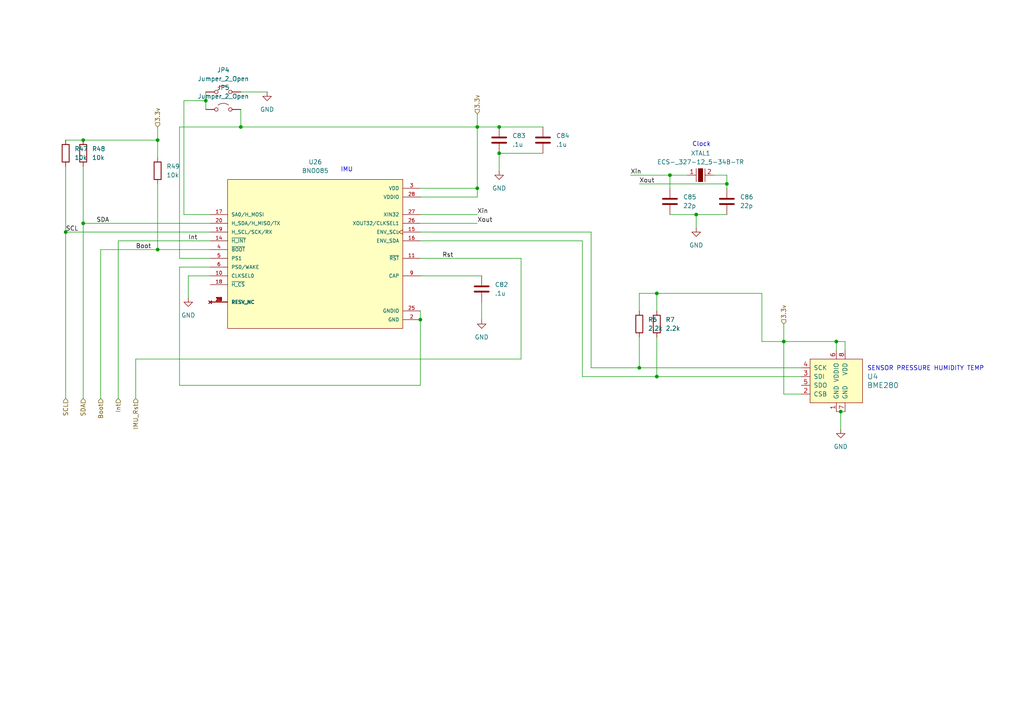
<source format=kicad_sch>
(kicad_sch (version 20231120) (generator "eeschema") (generator_version "8.0")
  (paper "A4")
  (lib_symbols
    (symbol "BNO085:BNO085" (pin_names (offset 1.016))
      (property "Reference" "U" (at -25.4 21.59 0))
      (property "Value" "BNO085" (at -25.4 -25.4 0))
      (symbol "BNO085_0_0"
        (rectangle (start -25.4 -22.86) (end 25.4 20.32) (stroke (width 0.1524)) (fill (type background)))
        (pin no_connect line (at -30.48 -15.24 0) (length 5.08) (name "RESV_NC") (number "1"))
        (pin input line (at -30.48 -7.62 0) (length 5.08) (name "CLKSEL0") (number "10"))
        (pin input line (at 30.48 -2.54 180) (length 5.08) (name "~{RST}") (number "11"))
        (pin no_connect line (at -30.48 -15.24 0) (length 5.08) (name "RESV_NC") (number "12"))
        (pin no_connect line (at -30.48 -15.24 0) (length 5.08) (name "RESV_NC") (number "13"))
        (pin output line (at -30.48 2.54 0) (length 5.08) (name "~{H_INT}") (number "14"))
        (pin bidirectional clock (at 30.48 5.08 180) (length 5.08) (name "ENV_SCL") (number "15"))
        (pin bidirectional line (at 30.48 2.54 180) (length 5.08) (name "ENV_SDA") (number "16"))
        (pin input line (at -30.48 10.16 0) (length 5.08) (name "SA0/H_MOSI") (number "17"))
        (pin input line (at -30.48 -10.16 0) (length 5.08) (name "~{H_CS}") (number "18"))
        (pin bidirectional line (at -30.48 5.08 0) (length 5.08) (name "H_SCL/SCK/RX") (number "19"))
        (pin power_in line (at 30.48 -20.32 180) (length 5.08) (name "GND") (number "2"))
        (pin bidirectional line (at -30.48 7.62 0) (length 5.08) (name "H_SDA/H_MISO/TX") (number "20"))
        (pin no_connect line (at -30.48 -15.24 0) (length 5.08) (name "RESV_NC") (number "21"))
        (pin no_connect line (at -30.48 -15.24 0) (length 5.08) (name "RESV_NC") (number "22"))
        (pin no_connect line (at -30.48 -15.24 0) (length 5.08) (name "RESV_NC") (number "23"))
        (pin no_connect line (at -30.48 -15.24 0) (length 5.08) (name "RESV_NC") (number "24"))
        (pin power_in line (at 30.48 -17.78 180) (length 5.08) (name "GNDIO") (number "25"))
        (pin output line (at 30.48 7.62 180) (length 5.08) (name "XOUT32/CLKSEL1") (number "26"))
        (pin input line (at 30.48 10.16 180) (length 5.08) (name "XIN32") (number "27"))
        (pin power_in line (at 30.48 15.24 180) (length 5.08) (name "VDDIO") (number "28"))
        (pin power_in line (at 30.48 17.78 180) (length 5.08) (name "VDD") (number "3"))
        (pin input line (at -30.48 0 0) (length 5.08) (name "~{BOOT}") (number "4"))
        (pin input line (at -30.48 -2.54 0) (length 5.08) (name "PS1") (number "5"))
        (pin input line (at -30.48 -5.08 0) (length 5.08) (name "PS0/WAKE") (number "6"))
        (pin no_connect line (at -30.48 -15.24 0) (length 5.08) (name "RESV_NC") (number "7"))
        (pin no_connect line (at -30.48 -15.24 0) (length 5.08) (name "RESV_NC") (number "8"))
        (pin passive line (at 30.48 -7.62 180) (length 5.08) (name "CAP") (number "9"))
      )
    )
    (symbol "Device:C" (pin_numbers hide) (pin_names (offset 0.254))
      (property "Reference" "C" (at 0.635 2.54 0))
      (property "Value" "C" (at 0.635 -2.54 0))
      (symbol "C_0_1"
        (polyline (pts (xy -2.032 -0.762) (xy 2.032 -0.762)) (stroke (width 0.508)))
        (polyline (pts (xy -2.032 0.762) (xy 2.032 0.762)) (stroke (width 0.508)))
      )
      (symbol "C_1_1"
        (pin passive line (at 0 3.81 270) (length 2.794) (name "~") (number "1"))
        (pin passive line (at 0 -3.81 90) (length 2.794) (name "~") (number "2"))
      )
    )
    (symbol "Device:R" (pin_numbers hide) (pin_names (offset 0))
      (property "Reference" "R" (at 2.032 0 90))
      (property "Value" "R" (at 0 0 90))
      (symbol "R_0_1"
        (rectangle (start -1.016 -2.54) (end 1.016 2.54) (stroke (width 0.254)))
      )
      (symbol "R_1_1"
        (pin passive line (at 0 3.81 270) (length 1.27) (name "~") (number "1"))
        (pin passive line (at 0 -3.81 90) (length 1.27) (name "~") (number "2"))
      )
    )
    (symbol "Jumper:Jumper_2_Open" (pin_numbers hide) (pin_names (offset 0) hide) (exclude_from_sim yes)
      (property "Reference" "JP" (at 0 2.794 0))
      (property "Value" "Jumper_2_Open" (at 0 -2.286 0))
      (symbol "Jumper_2_Open_0_0"
        (circle (center -2.032 0) (radius 0.508))
        (circle (center 2.032 0) (radius 0.508))
      )
      (symbol "Jumper_2_Open_0_1"
        (arc (start 1.524 1.27) (mid 0 1.778) (end -1.524 1.27))
      )
      (symbol "Jumper_2_Open_1_1"
        (pin passive line (at -5.08 0 0) (length 2.54) (name "A") (number "1"))
        (pin passive line (at 5.08 0 180) (length 2.54) (name "B") (number "2"))
      )
    )
    (symbol "dk_Crystals:ECS-_327-12_5-34B-TR" (pin_names (offset 1.016))
      (property "Reference" "XTAL" (at 0 3.81 0))
      (property "Value" "ECS-_327-12_5-34B-TR" (at 0 -3.81 0))
      (symbol "ECS-_327-12_5-34B-TR_1_1"
        (rectangle (start -0.635 1.905) (end 0.635 -1.905) (fill (type outline)))
        (polyline (pts (xy -1.27 1.905) (xy -1.27 -1.905)))
        (polyline (pts (xy 1.27 1.905) (xy 1.27 -1.905)))
        (pin bidirectional line (at -3.81 0 0) (length 2.54) (name "~") (number "1"))
        (pin bidirectional line (at 3.81 0 180) (length 2.54) (name "~") (number "2"))
      )
    )
    (symbol "dk_Humidity-Moisture-Sensors:BME280" (pin_names (offset 1.016))
      (property "Reference" "U" (at -5.08 8.89 0))
      (property "Value" "BME280" (at -2.54 11.43 0))
      (symbol "BME280_0_1"
        (rectangle (start 7.62 7.62) (end -7.62 -5.08) (fill (type background)))
      )
      (symbol "BME280_1_1"
        (pin power_in line (at 0 -7.62 90) (length 2.54) (name "GND") (number "1"))
        (pin input line (at -10.16 -2.54 0) (length 2.54) (name "CSB") (number "2"))
        (pin bidirectional line (at -10.16 2.54 0) (length 2.54) (name "SDI") (number "3"))
        (pin input line (at -10.16 5.08 0) (length 2.54) (name "SCK") (number "4"))
        (pin bidirectional line (at -10.16 0 0) (length 2.54) (name "SDO") (number "5"))
        (pin power_in line (at 0 10.16 270) (length 2.54) (name "VDDIO") (number "6"))
        (pin power_in line (at 2.54 -7.62 90) (length 2.54) (name "GND") (number "7"))
        (pin power_in line (at 2.54 10.16 270) (length 2.54) (name "VDD") (number "8"))
      )
    )
    (symbol "power:GND" (power) (pin_numbers hide) (pin_names (offset 0) hide)
      (property "Value" "GND" (at 0 -3.81 0))
      (symbol "GND_0_1"
        (polyline (pts (xy 0 0) (xy 0 -1.27) (xy 1.27 -1.27) (xy 0 -2.54) (xy -1.27 -1.27) (xy 0 -1.27)))
      )
      (symbol "GND_1_1"
        (pin power_in line (at 0 0 270) (length 0) (name "~") (number "1"))
      )
    )
  )
  (junction (at 19.05 67.31))
  (junction (at 243.84 119.38))
  (junction (at 242.57 99.06))
  (junction (at 45.72 40.64))
  (junction (at 24.13 64.77))
  (junction (at 138.43 54.61))
  (junction (at 144.78 36.83))
  (junction (at 24.13 40.64))
  (junction (at 138.43 36.83))
  (junction (at 227.33 99.06))
  (junction (at 45.72 72.39))
  (junction (at 69.85 36.83))
  (junction (at 144.78 44.45))
  (junction (at 190.5 85.09))
  (junction (at 121.92 92.71))
  (junction (at 201.93 62.23))
  (junction (at 210.82 53.34))
  (junction (at 185.42 106.68))
  (junction (at 190.5 109.22))
  (junction (at 59.69 29.21))
  (junction (at 194.31 50.8))
  (wire (pts (xy 59.69 29.21) (xy 59.69 26.67)))
  (wire (pts (xy 121.92 54.61) (xy 138.43 54.61)))
  (wire (pts (xy 151.13 104.14) (xy 39.37 104.14)))
  (wire (pts (xy 190.5 85.09) (xy 220.98 85.09)))
  (wire (pts (xy 210.82 53.34) (xy 210.82 54.61)))
  (wire (pts (xy 194.31 62.23) (xy 201.93 62.23)))
  (wire (pts (xy 121.92 62.23) (xy 138.43 62.23)))
  (wire (pts (xy 185.42 53.34) (xy 210.82 53.34)))
  (wire (pts (xy 168.91 109.22) (xy 190.5 109.22)))
  (wire (pts (xy 29.21 72.39) (xy 45.72 72.39)))
  (wire (pts (xy 45.72 53.34) (xy 45.72 72.39)))
  (wire (pts (xy 227.33 99.06) (xy 242.57 99.06)))
  (wire (pts (xy 190.5 97.79) (xy 190.5 109.22)))
  (wire (pts (xy 45.72 72.39) (xy 60.96 72.39)))
  (wire (pts (xy 52.07 77.47) (xy 52.07 111.76)))
  (wire (pts (xy 52.07 74.93) (xy 52.07 36.83)))
  (wire (pts (xy 45.72 40.64) (xy 45.72 45.72)))
  (wire (pts (xy 201.93 62.23) (xy 201.93 66.04)))
  (wire (pts (xy 242.57 119.38) (xy 243.84 119.38)))
  (wire (pts (xy 194.31 50.8) (xy 199.39 50.8)))
  (wire (pts (xy 185.42 97.79) (xy 185.42 106.68)))
  (wire (pts (xy 242.57 99.06) (xy 245.11 99.06)))
  (wire (pts (xy 232.41 114.3) (xy 227.33 114.3)))
  (wire (pts (xy 121.92 92.71) (xy 121.92 111.76)))
  (wire (pts (xy 29.21 72.39) (xy 29.21 115.57)))
  (wire (pts (xy 138.43 36.83) (xy 144.78 36.83)))
  (wire (pts (xy 138.43 54.61) (xy 138.43 57.15)))
  (wire (pts (xy 60.96 67.31) (xy 19.05 67.31)))
  (wire (pts (xy 190.5 109.22) (xy 232.41 109.22)))
  (wire (pts (xy 144.78 44.45) (xy 157.48 44.45)))
  (wire (pts (xy 121.92 90.17) (xy 121.92 92.71)))
  (wire (pts (xy 245.11 99.06) (xy 245.11 101.6)))
  (wire (pts (xy 52.07 74.93) (xy 60.96 74.93)))
  (wire (pts (xy 171.45 67.31) (xy 171.45 106.68)))
  (wire (pts (xy 210.82 50.8) (xy 210.82 53.34)))
  (wire (pts (xy 69.85 36.83) (xy 138.43 36.83)))
  (wire (pts (xy 168.91 69.85) (xy 121.92 69.85)))
  (wire (pts (xy 242.57 99.06) (xy 242.57 101.6)))
  (wire (pts (xy 54.61 80.01) (xy 54.61 86.36)))
  (wire (pts (xy 168.91 109.22) (xy 168.91 69.85)))
  (wire (pts (xy 121.92 74.93) (xy 151.13 74.93)))
  (wire (pts (xy 60.96 64.77) (xy 24.13 64.77)))
  (wire (pts (xy 69.85 31.75) (xy 69.85 36.83)))
  (wire (pts (xy 52.07 36.83) (xy 69.85 36.83)))
  (wire (pts (xy 52.07 111.76) (xy 121.92 111.76)))
  (wire (pts (xy 220.98 85.09) (xy 220.98 99.06)))
  (wire (pts (xy 39.37 104.14) (xy 39.37 115.57)))
  (wire (pts (xy 139.7 87.63) (xy 139.7 92.71)))
  (wire (pts (xy 53.34 29.21) (xy 59.69 29.21)))
  (wire (pts (xy 121.92 67.31) (xy 171.45 67.31)))
  (wire (pts (xy 227.33 114.3) (xy 227.33 99.06)))
  (wire (pts (xy 138.43 36.83) (xy 138.43 54.61)))
  (wire (pts (xy 54.61 80.01) (xy 60.96 80.01)))
  (wire (pts (xy 19.05 67.31) (xy 19.05 48.26)))
  (wire (pts (xy 34.29 69.85) (xy 60.96 69.85)))
  (wire (pts (xy 138.43 33.02) (xy 138.43 36.83)))
  (wire (pts (xy 185.42 106.68) (xy 232.41 106.68)))
  (wire (pts (xy 121.92 64.77) (xy 138.43 64.77)))
  (wire (pts (xy 185.42 85.09) (xy 190.5 85.09)))
  (wire (pts (xy 207.01 50.8) (xy 210.82 50.8)))
  (wire (pts (xy 243.84 119.38) (xy 243.84 124.46)))
  (wire (pts (xy 24.13 64.77) (xy 24.13 115.57)))
  (wire (pts (xy 194.31 54.61) (xy 194.31 50.8)))
  (wire (pts (xy 121.92 57.15) (xy 138.43 57.15)))
  (wire (pts (xy 185.42 90.17) (xy 185.42 85.09)))
  (wire (pts (xy 24.13 40.64) (xy 45.72 40.64)))
  (wire (pts (xy 171.45 106.68) (xy 185.42 106.68)))
  (wire (pts (xy 45.72 36.83) (xy 45.72 40.64)))
  (wire (pts (xy 220.98 99.06) (xy 227.33 99.06)))
  (wire (pts (xy 121.92 80.01) (xy 139.7 80.01)))
  (wire (pts (xy 151.13 74.93) (xy 151.13 104.14)))
  (wire (pts (xy 243.84 119.38) (xy 245.11 119.38)))
  (wire (pts (xy 69.85 26.67) (xy 77.47 26.67)))
  (wire (pts (xy 227.33 93.98) (xy 227.33 99.06)))
  (wire (pts (xy 53.34 62.23) (xy 60.96 62.23)))
  (wire (pts (xy 53.34 29.21) (xy 53.34 62.23)))
  (wire (pts (xy 182.88 50.8) (xy 194.31 50.8)))
  (wire (pts (xy 52.07 77.47) (xy 60.96 77.47)))
  (wire (pts (xy 201.93 62.23) (xy 210.82 62.23)))
  (wire (pts (xy 59.69 29.21) (xy 59.69 31.75)))
  (wire (pts (xy 34.29 69.85) (xy 34.29 115.57)))
  (wire (pts (xy 144.78 44.45) (xy 144.78 49.53)))
  (wire (pts (xy 144.78 36.83) (xy 157.48 36.83)))
  (wire (pts (xy 190.5 85.09) (xy 190.5 90.17)))
  (wire (pts (xy 19.05 67.31) (xy 19.05 115.57)))
  (wire (pts (xy 24.13 64.77) (xy 24.13 48.26)))
  (wire (pts (xy 19.05 40.64) (xy 24.13 40.64)))
  (text "Clock\n" (at 203.454 41.91 0) (effects (font (size 1.27 1.27))))
  (text "SENSOR PRESSURE HUMIDITY TEMP" (at 268.478 106.934 0) (effects (font (size 1.27 1.27))))
  (text "IMU" (at 100.584 49.276 0) (effects (font (size 1.27 1.27))))
  (label "Rst" (at 128.27 74.93 0))
  (label "Xout" (at 185.42 53.34 0))
  (label "Xin" (at 138.43 62.23 0))
  (label "SCL" (at 19.05 67.31 0))
  (label "Xout" (at 138.43 64.77 0))
  (label "SDA" (at 27.94 64.77 0))
  (label "Xin" (at 182.88 50.8 0))
  (label "Boot" (at 39.37 72.39 0))
  (label "Int" (at 54.61 69.85 0))
  (hierarchical_label "3.3v" (shape input) (at 45.72 36.83 90))
  (hierarchical_label "IMU_Rst" (shape input) (at 39.37 115.57 270))
  (hierarchical_label "SDA" (shape input) (at 24.13 115.57 270))
  (hierarchical_label "3.3v" (shape input) (at 227.33 93.98 90))
  (hierarchical_label "3.3v" (shape input) (at 138.43 33.02 90))
  (hierarchical_label "Boot" (shape input) (at 29.21 115.57 270))
  (hierarchical_label "Int" (shape input) (at 34.29 115.57 270))
  (hierarchical_label "SCL" (shape input) (at 19.05 115.57 270))
  (symbol (lib_id "BNO085:BNO085") (at 91.44 72.39 0) (unit 1)
    (property "Reference" "U26" (at 91.44 46.99 0))
    (property "Value" "BNO085" (at 91.44 49.53 0))
    (property "Footprint" "BNO085:IC_BNO085" (effects (hide yes)))
    (property "MF" "Hillcrest Laboratories," (effects (hide yes)))
    (property "MAXIMUM_PACKAGE_HEIGHT" "1.18mm" (effects (hide yes)))
    (property "Package" "TFLGA-28 Hillcrest Laboratories" (effects (hide yes)))
    (property "Price" "None" (effects (hide yes)))
    (property "Check_prices" "https://www.snapeda.com/parts/BNO085/Hillcrest+Laboratories%252C+Inc./view-part/?ref=eda" (effects (hide yes)))
    (property "STANDARD" "Manufacturer Recommendations" (effects (hide yes)))
    (property "PARTREV" "v1.17" (effects (hide yes)))
    (property "SnapEDA_Link" "https://www.snapeda.com/parts/BNO085/Hillcrest+Laboratories%252C+Inc./view-part/?ref=snap" (effects (hide yes)))
    (property "MP" "BNO085" (effects (hide yes)))
    (property "Description_1" "\nAccelerometer, Gyroscope, Magnetometer, 9 Axis Sensor I²C, SPI, UART Output\n" (effects (hide yes)))
    (property "Availability" "Not in stock" (effects (hide yes)))
    (property "MANUFACTURER" "Hillcrest Laboratories, Inc." (effects (hide yes)))
  )
  (symbol (lib_id "Device:R") (at 45.72 49.53 0) (unit 1)
    (property "Reference" "R49" (at 48.26 48.2599 0) (effects (justify left)))
    (property "Value" "10k" (at 48.26 50.7999 0) (effects (justify left)))
    (property "Description" "Resistor" (effects (hide yes)))
  )
  (symbol (lib_id "Device:R") (at 24.13 44.45 0) (unit 1)
    (property "Reference" "R48" (at 26.67 43.1799 0) (effects (justify left)))
    (property "Value" "10k" (at 26.67 45.7199 0) (effects (justify left)))
    (property "Description" "Resistor" (effects (hide yes)))
  )
  (symbol (lib_id "power:GND") (at 77.47 26.67 0) (unit 1)
    (property "Reference" "#PWR082" (effects (hide yes)))
    (property "Value" "GND" (at 77.47 31.75 0))
    (property "Description" "Power symbol creates a global label with name \"GND\" , ground" (effects (hide yes)))
  )
  (symbol (lib_id "power:GND") (at 54.61 86.36 0) (unit 1)
    (property "Reference" "#PWR080" (effects (hide yes)))
    (property "Value" "GND" (at 54.61 91.44 0))
    (property "Description" "Power symbol creates a global label with name \"GND\" , ground" (effects (hide yes)))
  )
  (symbol (lib_id "Jumper:Jumper_2_Open") (at 64.77 31.75 0) (unit 1) (exclude_from_sim yes)
    (property "Reference" "JP5" (at 64.77 25.4 0))
    (property "Value" "Jumper_2_Open" (at 64.77 27.94 0))
    (property "Description" "Jumper, 2-pole, open" (effects (hide yes)))
  )
  (symbol (lib_id "dk_Humidity-Moisture-Sensors:BME280") (at 242.57 111.76 0) (unit 1)
    (property "Reference" "U4" (at 251.46 109.2199 0) (effects (font (size 1.524 1.524)) (justify left)))
    (property "Value" "BME280" (at 251.46 111.7599 0) (effects (font (size 1.524 1.524)) (justify left)))
    (property "Footprint" "digikey-footprints:Pressure_Sensor_LGA-8_2.5x2.5mm_BME280" (effects (hide yes)))
    (property "Datasheet" "https://cdn-learn.adafruit.com/downloads/pdf/adafruit-bme280-humidity-barometric-pressure-temperature-sensor-breakout.pdf" (effects (hide yes)))
    (property "Description" "SENSOR PRESSURE HUMIDITY TEMP" (effects (hide yes)))
    (property "Digi-Key_PN" "828-1063-1-ND" (effects (hide yes)))
    (property "MPN" "BME280" (effects (hide yes)))
    (property "Category" "Sensors, Transducers" (effects (hide yes)))
    (property "Family" "Humidity, Moisture Sensors" (effects (hide yes)))
    (property "DK_Datasheet_Link" "https://ae-bst.resource.bosch.com/media/_tech/media/datasheets/BST-BME280-DS002.pdf" (effects (hide yes)))
    (property "DK_Detail_Page" "/product-detail/en/bosch-sensortec/BME280/828-1063-1-ND/6136314" (effects (hide yes)))
    (property "Description_1" "SENSOR PRESSURE HUMIDITY TEMP" (effects (hide yes)))
    (property "Manufacturer" "Bosch Sensortec" (effects (hide yes)))
    (property "Status" "Active" (effects (hide yes)))
  )
  (symbol (lib_id "power:GND") (at 144.78 49.53 0) (unit 1)
    (property "Reference" "#PWR088" (effects (hide yes)))
    (property "Value" "GND" (at 144.78 54.61 0))
    (property "Description" "Power symbol creates a global label with name \"GND\" , ground" (effects (hide yes)))
  )
  (symbol (lib_id "power:GND") (at 139.7 92.71 0) (unit 1)
    (property "Reference" "#PWR087" (effects (hide yes)))
    (property "Value" "GND" (at 139.7 97.79 0))
    (property "Description" "Power symbol creates a global label with name \"GND\" , ground" (effects (hide yes)))
  )
  (symbol (lib_id "power:GND") (at 243.84 124.46 0) (unit 1)
    (property "Reference" "#PWR01" (effects (hide yes)))
    (property "Value" "GND" (at 243.84 129.54 0))
    (property "Description" "Power symbol creates a global label with name \"GND\" , ground" (effects (hide yes)))
  )
  (symbol (lib_id "Jumper:Jumper_2_Open") (at 64.77 26.67 0) (unit 1) (exclude_from_sim yes)
    (property "Reference" "JP4" (at 64.77 20.32 0))
    (property "Value" "Jumper_2_Open" (at 64.77 22.86 0))
    (property "Description" "Jumper, 2-pole, open" (effects (hide yes)))
  )
  (symbol (lib_id "Device:C") (at 210.82 58.42 0) (unit 1)
    (property "Reference" "C86" (at 214.63 57.1499 0) (effects (justify left)))
    (property "Value" "22p" (at 214.63 59.6899 0) (effects (justify left)))
    (property "Description" "Unpolarized capacitor" (effects (hide yes)))
  )
  (symbol (lib_id "Device:R") (at 185.42 93.98 0) (unit 1)
    (property "Reference" "R6" (at 187.96 92.7099 0) (effects (justify left)))
    (property "Value" "2.2k" (at 187.96 95.2499 0) (effects (justify left)))
    (property "Description" "Resistor" (effects (hide yes)))
  )
  (symbol (lib_id "Device:C") (at 144.78 40.64 0) (unit 1)
    (property "Reference" "C83" (at 148.59 39.3699 0) (effects (justify left)))
    (property "Value" ".1u" (at 148.59 41.9099 0) (effects (justify left)))
    (property "Description" "Unpolarized capacitor" (effects (hide yes)))
  )
  (symbol (lib_id "dk_Crystals:ECS-_327-12_5-34B-TR") (at 203.2 50.8 0) (unit 1)
    (property "Reference" "XTAL1" (at 203.2 44.45 0))
    (property "Value" "ECS-_327-12_5-34B-TR" (at 203.2 46.99 0))
    (property "Footprint" "digikey-footprints:SMD-2_3.2x1.5mm" (effects (hide yes)))
    (property "Datasheet" "http://www.ecsxtal.com/store/pdf/ecx-31b.pdf" (effects (hide yes)))
    (property "Description" "CRYSTAL 32.7680KHZ 12.5PF SMD" (effects (hide yes)))
    (property "Digi-Key_PN" "XC1617CT-ND" (effects (hide yes)))
    (property "MPN" "ECS-.327-12.5-34B-TR" (effects (hide yes)))
    (property "Category" "Crystals, Oscillators, Resonators" (effects (hide yes)))
    (property "Family" "Crystals" (effects (hide yes)))
    (property "DK_Datasheet_Link" "http://www.ecsxtal.com/store/pdf/ecx-31b.pdf" (effects (hide yes)))
    (property "DK_Detail_Page" "/product-detail/en/ecs-inc/ECS-.327-12.5-34B-TR/XC1617CT-ND/1693786" (effects (hide yes)))
    (property "Description_1" "CRYSTAL 32.7680KHZ 12.5PF SMD" (effects (hide yes)))
    (property "Manufacturer" "ECS Inc." (effects (hide yes)))
    (property "Status" "Active" (effects (hide yes)))
  )
  (symbol (lib_id "Device:C") (at 139.7 83.82 0) (unit 1)
    (property "Reference" "C82" (at 143.51 82.5499 0) (effects (justify left)))
    (property "Value" ".1u" (at 143.51 85.0899 0) (effects (justify left)))
    (property "Description" "Unpolarized capacitor" (effects (hide yes)))
  )
  (symbol (lib_id "power:GND") (at 201.93 66.04 0) (unit 1)
    (property "Reference" "#PWR089" (effects (hide yes)))
    (property "Value" "GND" (at 201.93 71.12 0))
    (property "Description" "Power symbol creates a global label with name \"GND\" , ground" (effects (hide yes)))
  )
  (symbol (lib_id "Device:R") (at 190.5 93.98 0) (unit 1)
    (property "Reference" "R7" (at 193.04 92.7099 0) (effects (justify left)))
    (property "Value" "2.2k" (at 193.04 95.2499 0) (effects (justify left)))
    (property "Description" "Resistor" (effects (hide yes)))
  )
  (symbol (lib_id "Device:R") (at 19.05 44.45 0) (unit 1)
    (property "Reference" "R47" (at 21.59 43.1799 0) (effects (justify left)))
    (property "Value" "10k" (at 21.59 45.7199 0) (effects (justify left)))
    (property "Description" "Resistor" (effects (hide yes)))
  )
  (symbol (lib_id "Device:C") (at 194.31 58.42 180) (unit 1)
    (property "Reference" "C85" (at 198.12 57.1499 0) (effects (justify right)))
    (property "Value" "22p" (at 198.12 59.6899 0) (effects (justify right)))
    (property "Description" "Unpolarized capacitor" (effects (hide yes)))
  )
  (symbol (lib_id "Device:C") (at 157.48 40.64 0) (unit 1)
    (property "Reference" "C84" (at 161.29 39.3699 0) (effects (justify left)))
    (property "Value" ".1u" (at 161.29 41.9099 0) (effects (justify left)))
    (property "Description" "Unpolarized capacitor" (effects (hide yes)))
  )
)
</source>
